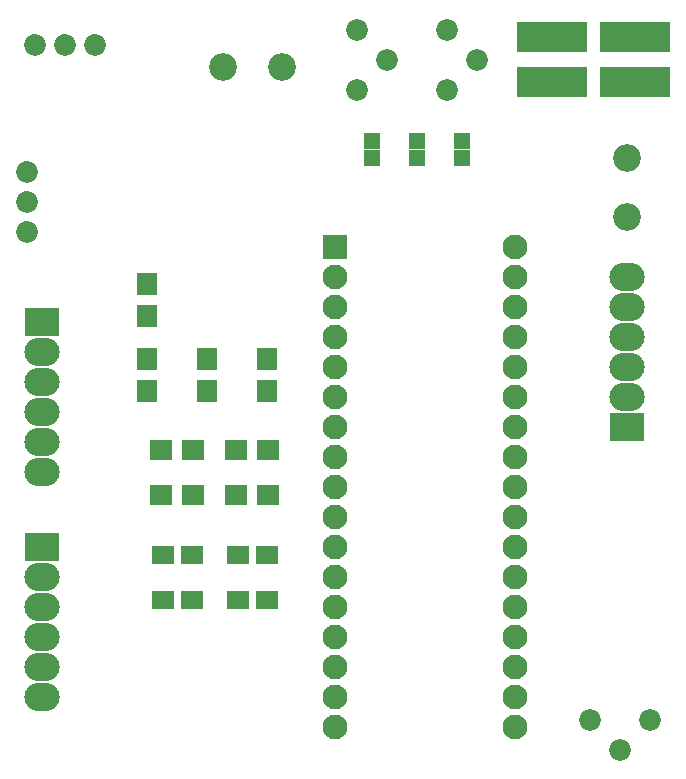
<source format=gbr>
G04 #@! TF.FileFunction,Soldermask,Top*
%FSLAX46Y46*%
G04 Gerber Fmt 4.6, Leading zero omitted, Abs format (unit mm)*
G04 Created by KiCad (PCBNEW 4.0.7+dfsg1-1ubuntu2) date Fri Sep 14 12:00:24 2018*
%MOMM*%
%LPD*%
G01*
G04 APERTURE LIST*
%ADD10C,0.100000*%
%ADD11C,2.100000*%
%ADD12R,2.100000X2.100000*%
%ADD13R,3.000000X2.400000*%
%ADD14O,3.000000X2.400000*%
%ADD15R,1.900000X1.650000*%
%ADD16R,1.900000X1.700000*%
%ADD17C,2.350000*%
%ADD18R,5.900000X2.550000*%
%ADD19R,1.700000X1.900000*%
%ADD20C,1.840000*%
%ADD21R,1.416000X1.416000*%
%ADD22C,1.850000*%
G04 APERTURE END LIST*
D10*
D11*
X132715000Y-107950000D03*
X132715000Y-110490000D03*
X132715000Y-113030000D03*
X132715000Y-115570000D03*
X132715000Y-118110000D03*
X132715000Y-120650000D03*
X132715000Y-123190000D03*
X132715000Y-125730000D03*
X132715000Y-128270000D03*
X132715000Y-130810000D03*
X132715000Y-133350000D03*
X132715000Y-135890000D03*
X132715000Y-138430000D03*
X132715000Y-140970000D03*
X132715000Y-143510000D03*
X132715000Y-146050000D03*
X132715000Y-148590000D03*
D12*
X117459000Y-107950000D03*
D11*
X117459000Y-110490000D03*
X117459000Y-113030000D03*
X117459000Y-115570000D03*
X117459000Y-118110000D03*
X117459000Y-120650000D03*
X117459000Y-123190000D03*
X117459000Y-125730000D03*
X117459000Y-128270000D03*
X117459000Y-130810000D03*
X117459000Y-133350000D03*
X117459000Y-135890000D03*
X117459000Y-138430000D03*
X117459000Y-140970000D03*
X117459000Y-143510000D03*
X117459000Y-146050000D03*
X117459000Y-148590000D03*
D13*
X92710000Y-114300000D03*
D14*
X92710000Y-116840000D03*
X92710000Y-119380000D03*
X92710000Y-121920000D03*
X92710000Y-124460000D03*
X92710000Y-127000000D03*
D15*
X111740000Y-133985000D03*
X109240000Y-133985000D03*
X105390000Y-133985000D03*
X102890000Y-133985000D03*
X111740000Y-137795000D03*
X109240000Y-137795000D03*
D16*
X111840000Y-125095000D03*
X109140000Y-125095000D03*
X105490000Y-125095000D03*
X102790000Y-125095000D03*
X111840000Y-128905000D03*
X109140000Y-128905000D03*
D13*
X92710000Y-133350000D03*
D14*
X92710000Y-135890000D03*
X92710000Y-138430000D03*
X92710000Y-140970000D03*
X92710000Y-143510000D03*
X92710000Y-146050000D03*
D17*
X112990000Y-92710000D03*
X107990000Y-92710000D03*
D13*
X142240000Y-123190000D03*
D14*
X142240000Y-120650000D03*
X142240000Y-118110000D03*
X142240000Y-115570000D03*
X142240000Y-113030000D03*
X142240000Y-110490000D03*
D18*
X135890000Y-90150000D03*
X135890000Y-94000000D03*
D19*
X101600000Y-113745000D03*
X101600000Y-111045000D03*
X111760000Y-120095000D03*
X111760000Y-117395000D03*
X106680000Y-120095000D03*
X106680000Y-117395000D03*
D20*
X127000000Y-94615000D03*
X129540000Y-92075000D03*
X127000000Y-89535000D03*
X119380000Y-94615000D03*
X121920000Y-92075000D03*
X119380000Y-89535000D03*
D15*
X105390000Y-137795000D03*
X102890000Y-137795000D03*
D16*
X105490000Y-128905000D03*
X102790000Y-128905000D03*
D17*
X142240000Y-105370000D03*
X142240000Y-100370000D03*
D21*
X120650000Y-100393500D03*
X120650000Y-98996500D03*
X128270000Y-100393500D03*
X128270000Y-98996500D03*
X124460000Y-100393500D03*
X124460000Y-98996500D03*
D18*
X142875000Y-90150000D03*
X142875000Y-94000000D03*
D19*
X101600000Y-120095000D03*
X101600000Y-117395000D03*
D20*
X139065000Y-147955000D03*
X141605000Y-150495000D03*
X144145000Y-147955000D03*
D22*
X91440000Y-104140000D03*
X91440000Y-101600000D03*
X91440000Y-106680000D03*
X94615000Y-90805000D03*
X97155000Y-90805000D03*
X92075000Y-90805000D03*
M02*

</source>
